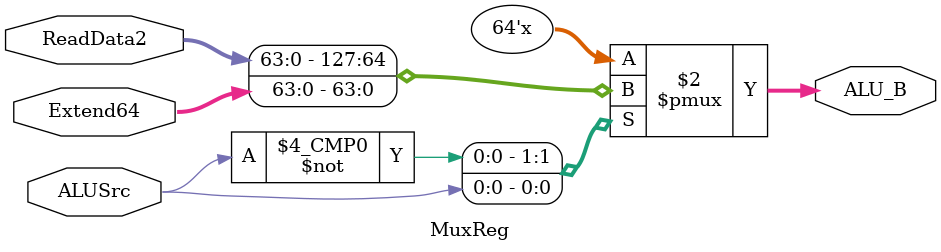
<source format=sv>
module MuxReg (ALUSrc, ReadData2, Extend64, ALU_B);

	input ALUSrc;
	input [63:0] ReadData2,Extend64;	
	
	output reg [63:0] ALU_B;
	
	always @(ALUSrc, ReadData2, Extend64) begin
		case (ALUSrc)
			0: ALU_B <= ReadData2 ;
			1: ALU_B <= Extend64;
		endcase
	end
endmodule
</source>
